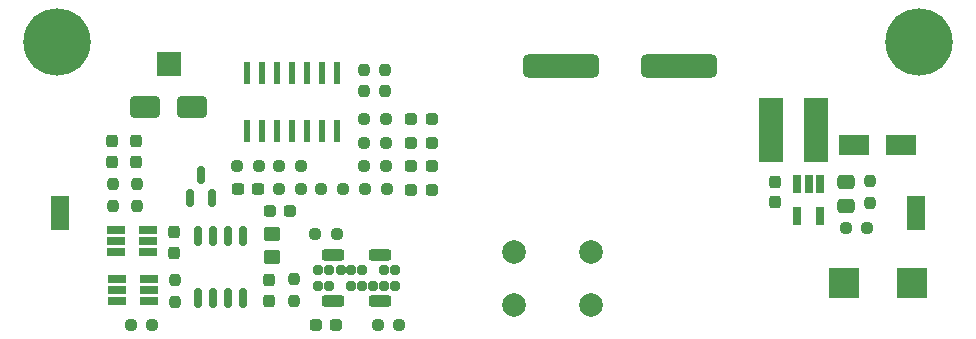
<source format=gbr>
%TF.GenerationSoftware,KiCad,Pcbnew,7.0.6-0*%
%TF.CreationDate,2024-02-21T20:03:51+01:00*%
%TF.ProjectId,smoke_extractorV1_1,736d6f6b-655f-4657-9874-726163746f72,rev?*%
%TF.SameCoordinates,Original*%
%TF.FileFunction,Soldermask,Top*%
%TF.FilePolarity,Negative*%
%FSLAX46Y46*%
G04 Gerber Fmt 4.6, Leading zero omitted, Abs format (unit mm)*
G04 Created by KiCad (PCBNEW 7.0.6-0) date 2024-02-21 20:03:51*
%MOMM*%
%LPD*%
G01*
G04 APERTURE LIST*
G04 Aperture macros list*
%AMRoundRect*
0 Rectangle with rounded corners*
0 $1 Rounding radius*
0 $2 $3 $4 $5 $6 $7 $8 $9 X,Y pos of 4 corners*
0 Add a 4 corners polygon primitive as box body*
4,1,4,$2,$3,$4,$5,$6,$7,$8,$9,$2,$3,0*
0 Add four circle primitives for the rounded corners*
1,1,$1+$1,$2,$3*
1,1,$1+$1,$4,$5*
1,1,$1+$1,$6,$7*
1,1,$1+$1,$8,$9*
0 Add four rect primitives between the rounded corners*
20,1,$1+$1,$2,$3,$4,$5,0*
20,1,$1+$1,$4,$5,$6,$7,0*
20,1,$1+$1,$6,$7,$8,$9,0*
20,1,$1+$1,$8,$9,$2,$3,0*%
G04 Aperture macros list end*
%ADD10RoundRect,0.250000X1.000000X0.650000X-1.000000X0.650000X-1.000000X-0.650000X1.000000X-0.650000X0*%
%ADD11RoundRect,0.237500X0.250000X0.237500X-0.250000X0.237500X-0.250000X-0.237500X0.250000X-0.237500X0*%
%ADD12RoundRect,0.237500X0.237500X-0.250000X0.237500X0.250000X-0.237500X0.250000X-0.237500X-0.250000X0*%
%ADD13RoundRect,0.200000X-0.200000X-0.200000X0.200000X-0.200000X0.200000X0.200000X-0.200000X0.200000X0*%
%ADD14RoundRect,0.250000X-0.700000X-0.250000X0.700000X-0.250000X0.700000X0.250000X-0.700000X0.250000X0*%
%ADD15RoundRect,0.237500X0.300000X0.237500X-0.300000X0.237500X-0.300000X-0.237500X0.300000X-0.237500X0*%
%ADD16R,2.000000X2.000000*%
%ADD17RoundRect,0.250000X-0.475000X0.337500X-0.475000X-0.337500X0.475000X-0.337500X0.475000X0.337500X0*%
%ADD18C,5.700000*%
%ADD19RoundRect,0.237500X-0.237500X0.300000X-0.237500X-0.300000X0.237500X-0.300000X0.237500X0.300000X0*%
%ADD20R,2.500000X1.800000*%
%ADD21RoundRect,0.237500X-0.287500X-0.237500X0.287500X-0.237500X0.287500X0.237500X-0.287500X0.237500X0*%
%ADD22RoundRect,0.237500X0.287500X0.237500X-0.287500X0.237500X-0.287500X-0.237500X0.287500X-0.237500X0*%
%ADD23RoundRect,0.237500X0.237500X-0.287500X0.237500X0.287500X-0.237500X0.287500X-0.237500X-0.287500X0*%
%ADD24R,0.650000X1.560000*%
%ADD25R,1.560000X0.650000*%
%ADD26RoundRect,0.150000X0.150000X-0.587500X0.150000X0.587500X-0.150000X0.587500X-0.150000X-0.587500X0*%
%ADD27RoundRect,0.250000X-0.450000X0.350000X-0.450000X-0.350000X0.450000X-0.350000X0.450000X0.350000X0*%
%ADD28RoundRect,0.237500X0.237500X-0.300000X0.237500X0.300000X-0.237500X0.300000X-0.237500X-0.300000X0*%
%ADD29RoundRect,0.237500X-0.250000X-0.237500X0.250000X-0.237500X0.250000X0.237500X-0.250000X0.237500X0*%
%ADD30RoundRect,0.500000X-2.750000X-0.500000X2.750000X-0.500000X2.750000X0.500000X-2.750000X0.500000X0*%
%ADD31RoundRect,0.237500X-0.237500X0.250000X-0.237500X-0.250000X0.237500X-0.250000X0.237500X0.250000X0*%
%ADD32RoundRect,0.150000X0.150000X-0.675000X0.150000X0.675000X-0.150000X0.675000X-0.150000X-0.675000X0*%
%ADD33C,2.000000*%
%ADD34R,0.508000X1.981200*%
%ADD35R,2.150000X5.500000*%
%ADD36R,2.500000X2.500000*%
%ADD37R,1.500000X3.000000*%
G04 APERTURE END LIST*
D10*
%TO.C,D5*%
X78838087Y-74896187D03*
X74838087Y-74896187D03*
%TD*%
D11*
%TO.C,R14*%
X95245000Y-75927600D03*
X93420000Y-75927600D03*
%TD*%
D12*
%TO.C,R13*%
X95200000Y-73600000D03*
X95200000Y-71775000D03*
%TD*%
D13*
%TO.C,U1*%
X89529275Y-88700000D03*
X89529275Y-90100000D03*
D14*
X90779275Y-87450000D03*
X90779275Y-91350000D03*
X94779275Y-87450000D03*
X94779275Y-91350000D03*
D13*
X96029275Y-88700000D03*
X96029275Y-90100000D03*
X90479275Y-88700000D03*
X90479275Y-90100000D03*
X95079275Y-88700000D03*
X95079275Y-90100000D03*
X91429275Y-88700000D03*
X94129275Y-90100000D03*
X92329275Y-88700000D03*
X93229275Y-90100000D03*
X92329275Y-90100000D03*
X93229275Y-88700000D03*
%TD*%
D12*
%TO.C,R8*%
X72140000Y-83262500D03*
X72140000Y-81437500D03*
%TD*%
D15*
%TO.C,C2*%
X84462500Y-81887600D03*
X82737500Y-81887600D03*
%TD*%
D16*
%TO.C,TP2*%
X76925000Y-71250000D03*
%TD*%
D17*
%TO.C,C8*%
X134200000Y-81262500D03*
X134200000Y-83337500D03*
%TD*%
D18*
%TO.C,H2*%
X67400000Y-69400000D03*
%TD*%
D19*
%TO.C,C1*%
X77350381Y-85512500D03*
X77350381Y-87237500D03*
%TD*%
D20*
%TO.C,D10*%
X138849139Y-78100000D03*
X134849139Y-78100000D03*
%TD*%
D21*
%TO.C,D2*%
X97370000Y-79927600D03*
X99120000Y-79927600D03*
%TD*%
D22*
%TO.C,D1*%
X91062500Y-93400000D03*
X89312500Y-93400000D03*
%TD*%
D23*
%TO.C,D7*%
X72100000Y-79550000D03*
X72100000Y-77800000D03*
%TD*%
D24*
%TO.C,U7*%
X132000000Y-81450000D03*
X131050000Y-81450000D03*
X130100000Y-81450000D03*
X130100000Y-84150000D03*
X132000000Y-84150000D03*
%TD*%
D12*
%TO.C,R15*%
X74140000Y-83262500D03*
X74140000Y-81437500D03*
%TD*%
D19*
%TO.C,C7*%
X85360587Y-89587500D03*
X85360587Y-91312500D03*
%TD*%
D25*
%TO.C,IC1*%
X75175000Y-91341253D03*
X75175000Y-90391253D03*
X75175000Y-89441253D03*
X72475000Y-89441253D03*
X72475000Y-90391253D03*
X72475000Y-91341253D03*
%TD*%
D26*
%TO.C,Q1*%
X78654077Y-82585799D03*
X80554077Y-82585799D03*
X79604077Y-80710799D03*
%TD*%
D25*
%TO.C,U8*%
X72439032Y-85331971D03*
X72439032Y-86281971D03*
X72439032Y-87231971D03*
X75139032Y-87231971D03*
X75139032Y-86281971D03*
X75139032Y-85331971D03*
%TD*%
D21*
%TO.C,D3*%
X97370000Y-77927600D03*
X99120000Y-77927600D03*
%TD*%
D27*
%TO.C,R20*%
X85575000Y-85648628D03*
X85575000Y-87648628D03*
%TD*%
D12*
%TO.C,R7*%
X93412500Y-73600000D03*
X93412500Y-71775000D03*
%TD*%
D28*
%TO.C,C6*%
X128200000Y-82950000D03*
X128200000Y-81225000D03*
%TD*%
D21*
%TO.C,D9*%
X97370000Y-81927600D03*
X99120000Y-81927600D03*
%TD*%
D18*
%TO.C,H1*%
X140400000Y-69400000D03*
%TD*%
D29*
%TO.C,R5*%
X86243750Y-79887600D03*
X88068750Y-79887600D03*
%TD*%
D30*
%TO.C,U2*%
X110072322Y-71455000D03*
X120072322Y-71455000D03*
%TD*%
D23*
%TO.C,D8*%
X74100000Y-79550000D03*
X74100000Y-77800000D03*
%TD*%
D29*
%TO.C,R3*%
X86243750Y-81887600D03*
X88068750Y-81887600D03*
%TD*%
D31*
%TO.C,R21*%
X136250000Y-81187500D03*
X136250000Y-83012500D03*
%TD*%
D32*
%TO.C,U5*%
X79305000Y-91073628D03*
X80575000Y-91073628D03*
X81845000Y-91073628D03*
X83115000Y-91073628D03*
X83115000Y-85823628D03*
X81845000Y-85823628D03*
X80575000Y-85823628D03*
X79305000Y-85823628D03*
%TD*%
D12*
%TO.C,R16*%
X77375000Y-91400000D03*
X77375000Y-89575000D03*
%TD*%
D33*
%TO.C,SW1*%
X112600000Y-91700000D03*
X106100000Y-91700000D03*
X112600000Y-87200000D03*
X106100000Y-87200000D03*
%TD*%
D11*
%TO.C,R11*%
X95245000Y-79887600D03*
X93420000Y-79887600D03*
%TD*%
%TO.C,R22*%
X136012500Y-85200000D03*
X134187500Y-85200000D03*
%TD*%
D29*
%TO.C,R4*%
X82687500Y-79887600D03*
X84512500Y-79887600D03*
%TD*%
%TO.C,R9*%
X94575000Y-93400000D03*
X96400000Y-93400000D03*
%TD*%
D21*
%TO.C,D4*%
X97370000Y-75927600D03*
X99120000Y-75927600D03*
%TD*%
D11*
%TO.C,R10*%
X91100000Y-85700000D03*
X89275000Y-85700000D03*
%TD*%
D29*
%TO.C,R1*%
X93487500Y-81887600D03*
X95312500Y-81887600D03*
%TD*%
D11*
%TO.C,R12*%
X95245000Y-77927600D03*
X93420000Y-77927600D03*
%TD*%
D34*
%TO.C,U3*%
X83500000Y-76927600D03*
X84770000Y-76927600D03*
X86040000Y-76927600D03*
X87310000Y-76927600D03*
X88580000Y-76927600D03*
X89850000Y-76927600D03*
X91120000Y-76927600D03*
X91120000Y-72000000D03*
X89850000Y-72000000D03*
X88580000Y-72000000D03*
X87310000Y-72000000D03*
X86040000Y-72000000D03*
X84770000Y-72000000D03*
X83500000Y-72000000D03*
%TD*%
D35*
%TO.C,L1*%
X127820000Y-76900000D03*
X131680000Y-76900000D03*
%TD*%
D36*
%TO.C,J2*%
X134000000Y-89800000D03*
%TD*%
D22*
%TO.C,F1*%
X87150000Y-83700000D03*
X85400000Y-83700000D03*
%TD*%
D36*
%TO.C,J1*%
X139800000Y-89800000D03*
%TD*%
D11*
%TO.C,R2*%
X91625000Y-81887600D03*
X89800000Y-81887600D03*
%TD*%
D31*
%TO.C,R18*%
X87500000Y-89500000D03*
X87500000Y-91325000D03*
%TD*%
D29*
%TO.C,R6*%
X73662500Y-93360000D03*
X75487500Y-93360000D03*
%TD*%
D37*
%TO.C,U6*%
X140148053Y-83926017D03*
X67648053Y-83926017D03*
%TD*%
M02*

</source>
